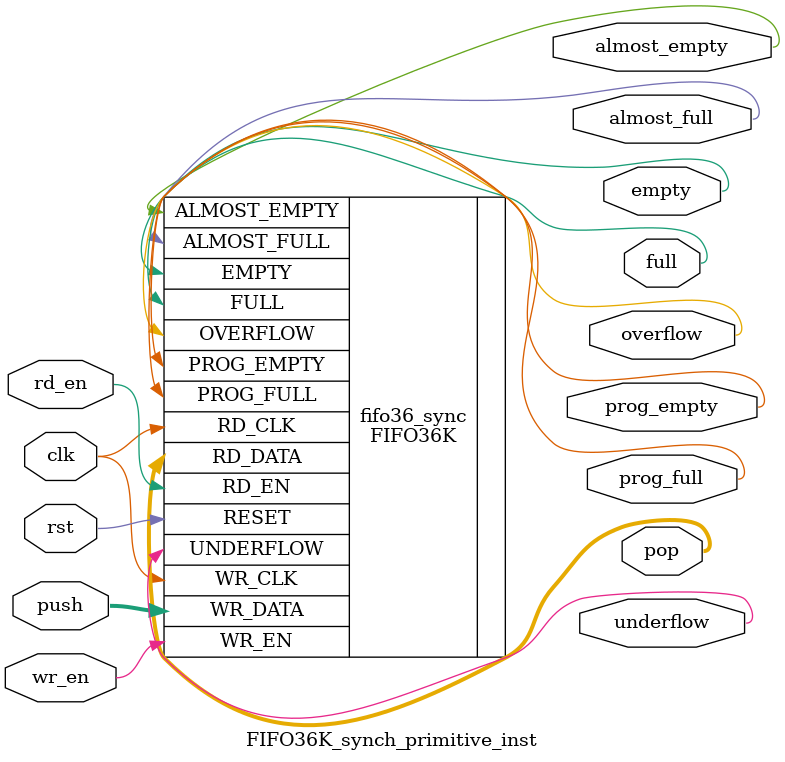
<source format=v>
module FIFO36K_synch_primitive_inst(
  input rst, // Active high synchronous FIFO reset
  input clk, // clock
  input wr_en, // Write enable
  input rd_en, // Read enable
  input [35:0] push, // Write data
  output [35:0] pop, // Read data
  output empty, // FIFO empty flag
  output full, // FIFO full flag
  output almost_empty, // FIFO almost empty flag
  output almost_full, // FIFO almost full flag
  output prog_empty, // FIFO programmable empty flag
  output prog_full, // FIFO programmable full flag
  output overflow, // FIFO overflow error flag
  output underflow // FIFO underflow error flag
);

FIFO36K #(
 .DATA_WRITE_WIDTH(36), 
 .DATA_READ_WIDTH(36), 
 .FIFO_TYPE("SYNCHRONOUS"), 
 .PROG_EMPTY_THRESH(12'h001), 
 .PROG_FULL_THRESH(12'h3ff) ) fifo36_sync (
  .RESET(rst), // Active high synchronous FIFO reset
  .WR_CLK(clk), // Write clock
  .RD_CLK(clk), // Read clock
  .WR_EN(wr_en), // Write enable
  .RD_EN(rd_en), // Read enable
  .WR_DATA(push), // Write data
  .RD_DATA(pop), // Read data
  .EMPTY(empty), // FIFO empty flag
  .FULL(full), // FIFO full flag
  .ALMOST_EMPTY(almost_empty), // FIFO almost empty flag
  .ALMOST_FULL(almost_full), // FIFO almost full flag
  .PROG_EMPTY(prog_empty), // FIFO programmable empty flag
  .PROG_FULL(prog_full), // FIFO programmable full flag
  .OVERFLOW(overflow), // FIFO overflow error flag
  .UNDERFLOW(underflow) // FIFO underflow error flag
);
endmodule  

</source>
